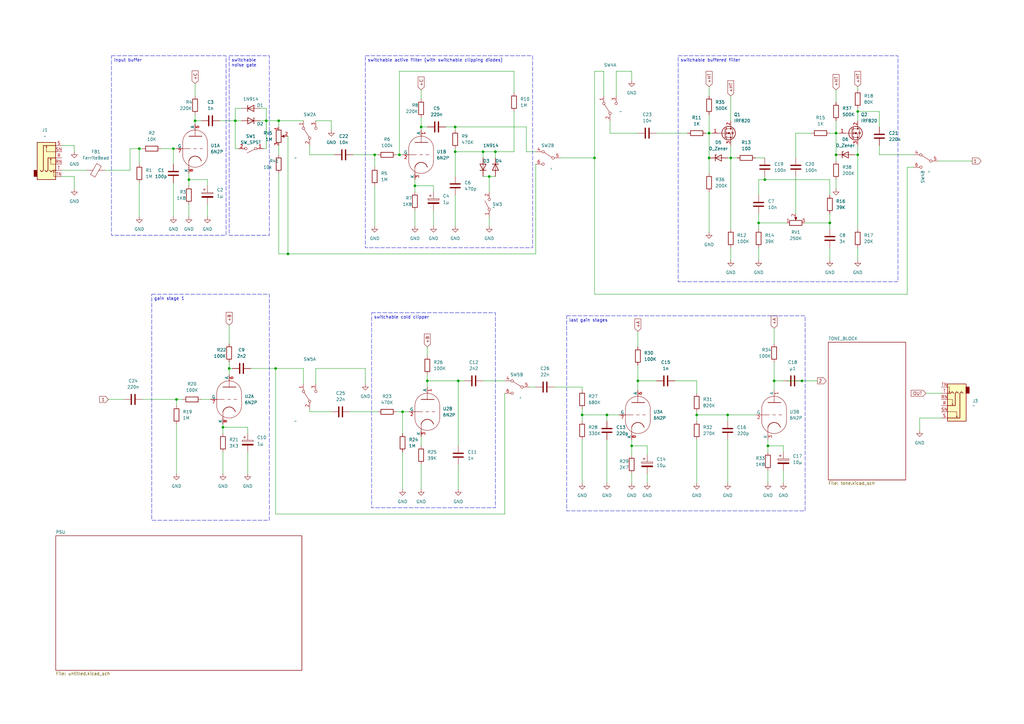
<source format=kicad_sch>
(kicad_sch (version 20250114) (generator "eeschema") (generator_version "9.0")
  (paper "A3")
  (lib_symbols
    (symbol "Connector_Audio:AudioJack3_Switch"
      (property "Reference" "J" (at 0 11.43 0))
      (property "Value" "AudioJack3_Switch" (at 0 8.89 0))
      (symbol "AudioJack3_Switch_0_1"
        (rectangle (start -5.08 -5.08) (end -6.35 -7.62) (stroke (width 0.254)) (fill (type outline)))
        (polyline (pts (xy -1.905 -5.08) (xy -1.27 -5.715) (xy -0.635 -5.08) (xy -0.635 0) (xy 2.54 0)) (stroke (width 0.254)))
        (polyline (pts (xy -1.27 4.826) (xy -1.016 4.318)))
        (polyline (pts (xy 0 -5.08) (xy 0.635 -5.715) (xy 1.27 -5.08) (xy 2.54 -5.08)) (stroke (width 0.254)))
        (polyline (pts (xy 0.508 -0.254) (xy 0.762 -0.762)))
        (polyline (pts (xy 1.778 -5.334) (xy 2.032 -5.842)))
        (rectangle (start 2.54 6.35) (end -5.08 -8.89) (stroke (width 0.254)) (fill (type background)))
        (polyline (pts (xy 2.54 5.08) (xy -2.54 5.08) (xy -2.54 -5.08) (xy -3.175 -5.715) (xy -3.81 -5.08)) (stroke (width 0.254)))
        (polyline (pts (xy 2.54 2.54) (xy -1.27 2.54) (xy -1.27 4.826) (xy -1.524 4.318)))
        (polyline (pts (xy 2.54 -2.54) (xy 0.508 -2.54) (xy 0.508 -0.254) (xy 0.254 -0.762)))
        (polyline (pts (xy 2.54 -7.62) (xy 1.778 -7.62) (xy 1.778 -5.334) (xy 1.524 -5.842)))
      )
      (symbol "AudioJack3_Switch_1_1"
        (pin passive line (at 5.08 5.08 180) (length 2.54) (name "~") (number "S"))
        (pin passive line (at 5.08 2.54 180) (length 2.54) (name "~") (number "SN"))
        (pin passive line (at 5.08 0 180) (length 2.54) (name "~") (number "R"))
        (pin passive line (at 5.08 -2.54 180) (length 2.54) (name "~") (number "RN"))
        (pin passive line (at 5.08 -5.08 180) (length 2.54) (name "~") (number "T"))
        (pin passive line (at 5.08 -7.62 180) (length 2.54) (name "~") (number "TN"))
      )
    )
    (symbol "Device:C" (pin_numbers (hide yes)) (pin_names (offset 0.254))
      (property "Reference" "C" (at 0.635 2.54 0))
      (property "Value" "C" (at 0.635 -2.54 0))
      (symbol "C_0_1"
        (polyline (pts (xy -2.032 0.762) (xy 2.032 0.762)) (stroke (width 0.508)))
        (polyline (pts (xy -2.032 -0.762) (xy 2.032 -0.762)) (stroke (width 0.508)))
      )
      (symbol "C_1_1"
        (pin passive line (at 0 3.81 270) (length 2.794) (name "~") (number "1"))
        (pin passive line (at 0 -3.81 90) (length 2.794) (name "~") (number "2"))
      )
    )
    (symbol "Device:C_Polarized" (pin_numbers (hide yes)) (pin_names (offset 0.254))
      (property "Reference" "C" (at 0.635 2.54 0))
      (property "Value" "C_Polarized" (at 0.635 -2.54 0))
      (symbol "C_Polarized_0_1"
        (rectangle (start -2.286 0.508) (end 2.286 1.016))
        (polyline (pts (xy -1.778 2.286) (xy -0.762 2.286)))
        (polyline (pts (xy -1.27 2.794) (xy -1.27 1.778)))
        (rectangle (start 2.286 -0.508) (end -2.286 -1.016) (fill (type outline)))
      )
      (symbol "C_Polarized_1_1"
        (pin passive line (at 0 3.81 270) (length 2.794) (name "~") (number "1"))
        (pin passive line (at 0 -3.81 90) (length 2.794) (name "~") (number "2"))
      )
    )
    (symbol "Device:D_Zener" (pin_numbers (hide yes)) (pin_names (offset 1.016) (hide yes))
      (property "Reference" "D" (at 0 2.54 0))
      (property "Value" "D_Zener" (at 0 -2.54 0))
      (symbol "D_Zener_0_1"
        (polyline (pts (xy -1.27 -1.27) (xy -1.27 1.27) (xy -0.762 1.27)) (stroke (width 0.254)))
        (polyline (pts (xy 1.27 0) (xy -1.27 0)))
        (polyline (pts (xy 1.27 -1.27) (xy 1.27 1.27) (xy -1.27 0) (xy 1.27 -1.27)) (stroke (width 0.254)))
      )
      (symbol "D_Zener_1_1"
        (pin passive line (at -3.81 0 0) (length 2.54) (name "K") (number "1"))
        (pin passive line (at 3.81 0 180) (length 2.54) (name "A") (number "2"))
      )
    )
    (symbol "Device:FerriteBead" (pin_numbers (hide yes)) (pin_names (offset 0))
      (property "Reference" "FB" (at -3.81 0.635 90))
      (property "Value" "FerriteBead" (at 3.81 0 90))
      (symbol "FerriteBead_0_1"
        (polyline (pts (xy -2.7686 0.4064) (xy -1.7018 2.2606) (xy 2.7686 -0.3048) (xy 1.6764 -2.159) (xy -2.7686 0.4064)))
        (polyline (pts (xy 0 1.27) (xy 0 1.2954)))
        (polyline (pts (xy 0 -1.27) (xy 0 -1.2192)))
      )
      (symbol "FerriteBead_1_1"
        (pin passive line (at 0 3.81 270) (length 2.54) (name "~") (number "1"))
        (pin passive line (at 0 -3.81 90) (length 2.54) (name "~") (number "2"))
      )
    )
    (symbol "Device:R" (pin_numbers (hide yes)) (pin_names (offset 0))
      (property "Reference" "R" (at 2.032 0 90))
      (property "Value" "R" (at 0 0 90))
      (symbol "R_0_1"
        (rectangle (start -1.016 -2.54) (end 1.016 2.54) (stroke (width 0.254)))
      )
      (symbol "R_1_1"
        (pin passive line (at 0 3.81 270) (length 1.27) (name "~") (number "1"))
        (pin passive line (at 0 -3.81 90) (length 1.27) (name "~") (number "2"))
      )
    )
    (symbol "Device:R_Potentiometer" (pin_names (offset 1.016) (hide yes))
      (property "Reference" "RV" (at -4.445 0 90))
      (property "Value" "R_Potentiometer" (at -2.54 0 90))
      (symbol "R_Potentiometer_0_1"
        (rectangle (start 1.016 2.54) (end -1.016 -2.54) (stroke (width 0.254)))
        (polyline (pts (xy 1.143 0) (xy 2.286 0.508) (xy 2.286 -0.508) (xy 1.143 0)) (fill (type outline)))
        (polyline (pts (xy 2.54 0) (xy 1.524 0)))
      )
      (symbol "R_Potentiometer_1_1"
        (pin passive line (at 0 3.81 270) (length 1.27) (name "1") (number "1"))
        (pin passive line (at 0 -3.81 90) (length 1.27) (name "3") (number "3"))
        (pin passive line (at 3.81 0 180) (length 1.27) (name "2") (number "2"))
      )
    )
    (symbol "Diode:1N914" (pin_numbers (hide yes)) (pin_names (hide yes))
      (property "Reference" "D" (at 0 2.54 0))
      (property "Value" "1N914" (at 0 -2.54 0))
      (symbol "1N914_0_1"
        (polyline (pts (xy -1.27 1.27) (xy -1.27 -1.27)) (stroke (width 0.254)))
        (polyline (pts (xy 1.27 1.27) (xy 1.27 -1.27) (xy -1.27 0) (xy 1.27 1.27)) (stroke (width 0.254)))
        (polyline (pts (xy 1.27 0) (xy -1.27 0)))
      )
      (symbol "1N914_1_1"
        (pin passive line (at -3.81 0 0) (length 2.54) (name "K") (number "1"))
        (pin passive line (at 3.81 0 180) (length 2.54) (name "A") (number "2"))
      )
    )
    (symbol "Switch:SW_DPDT_x2" (pin_names (offset 0) (hide yes))
      (property "Reference" "SW" (at 0 4.318 0))
      (property "Value" "SW_DPDT_x2" (at 0 -5.08 0))
      (symbol "SW_DPDT_x2_0_0"
        (circle (center -2.032 0) (radius 0.508))
        (circle (center 2.032 -2.54) (radius 0.508))
      )
      (symbol "SW_DPDT_x2_0_1"
        (polyline (pts (xy -1.524 0.254) (xy 1.651 2.286)))
        (circle (center 2.032 2.54) (radius 0.508))
      )
      (symbol "SW_DPDT_x2_1_1"
        (pin passive line (at -5.08 0 0) (length 2.54) (name "B") (number "2"))
        (pin passive line (at 5.08 2.54 180) (length 2.54) (name "A") (number "1"))
        (pin passive line (at 5.08 -2.54 180) (length 2.54) (name "C") (number "3"))
      )
      (symbol "SW_DPDT_x2_2_1"
        (pin passive line (at -5.08 0 0) (length 2.54) (name "B") (number "5"))
        (pin passive line (at 5.08 2.54 180) (length 2.54) (name "A") (number "4"))
        (pin passive line (at 5.08 -2.54 180) (length 2.54) (name "C") (number "6"))
      )
    )
    (symbol "Switch:SW_SPST" (pin_names (offset 0) (hide yes))
      (property "Reference" "SW" (at 0 3.175 0))
      (property "Value" "SW_SPST" (at 0 -2.54 0))
      (symbol "SW_SPST_0_0"
        (circle (center -2.032 0) (radius 0.508))
        (polyline (pts (xy -1.524 0.254) (xy 1.524 1.778)))
        (circle (center 2.032 0) (radius 0.508))
      )
      (symbol "SW_SPST_1_1"
        (pin passive line (at -5.08 0 0) (length 2.54) (name "A") (number "1"))
        (pin passive line (at 5.08 0 180) (length 2.54) (name "B") (number "2"))
      )
    )
    (symbol "Transistor_FET:IRF740" (pin_names (hide yes))
      (property "Reference" "Q" (at 6.35 1.905 0))
      (property "Value" "IRF740" (at 6.35 0 0))
      (symbol "IRF740_0_1"
        (polyline (pts (xy 0.254 1.905) (xy 0.254 -1.905)) (stroke (width 0.254)))
        (polyline (pts (xy 0.254 0) (xy -2.54 0)))
        (polyline (pts (xy 0.762 2.286) (xy 0.762 1.27)) (stroke (width 0.254)))
        (polyline (pts (xy 0.762 0.508) (xy 0.762 -0.508)) (stroke (width 0.254)))
        (polyline (pts (xy 0.762 -1.27) (xy 0.762 -2.286)) (stroke (width 0.254)))
        (polyline (pts (xy 0.762 -1.778) (xy 3.302 -1.778) (xy 3.302 1.778) (xy 0.762 1.778)))
        (polyline (pts (xy 1.016 0) (xy 2.032 0.381) (xy 2.032 -0.381) (xy 1.016 0)) (fill (type outline)))
        (circle (center 1.651 0) (radius 2.794) (stroke (width 0.254)))
        (polyline (pts (xy 2.54 2.54) (xy 2.54 1.778)))
        (circle (center 2.54 1.778) (radius 0.254) (fill (type outline)))
        (circle (center 2.54 -1.778) (radius 0.254) (fill (type outline)))
        (polyline (pts (xy 2.54 -2.54) (xy 2.54 0) (xy 0.762 0)))
        (polyline (pts (xy 2.794 0.508) (xy 2.921 0.381) (xy 3.683 0.381) (xy 3.81 0.254)))
        (polyline (pts (xy 3.302 0.381) (xy 2.921 -0.254) (xy 3.683 -0.254) (xy 3.302 0.381)))
      )
      (symbol "IRF740_1_1"
        (pin input line (at -5.08 0 0) (length 2.54) (name "G") (number "1"))
        (pin passive line (at 2.54 5.08 270) (length 2.54) (name "D") (number "2"))
        (pin passive line (at 2.54 -5.08 90) (length 2.54) (name "S") (number "3"))
      )
    )
    (symbol "Valve:6N2P" (pin_names (offset 0))
      (property "Reference" "U3" (at 6.35 1.2701 0))
      (property "Value" "ECC83" (at 6.35 -1.2699 0))
      (symbol "6N2P_0_1"
        (polyline (pts (xy -5.08 2.54) (xy -5.08 -2.54) (xy -5.08 -2.54)))
        (arc (start -5.08 2.54) (mid 0 7.5979) (end 5.08 2.54))
        (arc (start 5.08 -2.54) (mid 0 -7.5979) (end -5.08 -2.54))
        (polyline (pts (xy 5.08 2.54) (xy 5.08 -2.54)))
      )
      (symbol "6N2P_1_0"
        (polyline (pts (xy -2.54 -5.08) (xy -2.54 -7.62)))
        (polyline (pts (xy 0 5.08) (xy 0 7.62)))
      )
      (symbol "6N2P_1_1"
        (polyline (pts (xy -5.08 0) (xy -3.175 0)))
        (polyline (pts (xy -2.54 5.08) (xy 2.794 5.08) (xy 2.794 5.08)) (stroke (width 0.254)))
        (polyline (pts (xy -1.905 0) (xy -3.175 0)) (stroke (width 0.1524)))
        (polyline (pts (xy -0.635 0) (xy 0.635 0)) (stroke (width 0.1524)))
        (arc (start -2.54 -5.08) (mid 0 -3.0968) (end 2.54 -5.08) (stroke (width 0.254)))
        (polyline (pts (xy 1.905 0) (xy 3.175 0)) (stroke (width 0.1524)))
        (pin input line (at -7.62 0 0) (length 2.54) (name "G") (number "7"))
        (pin bidirectional line (at -2.54 -10.16 90) (length 2.54) (name "K") (number "8"))
        (pin output line (at 0 10.16 270) (length 2.54) (name "A") (number "6"))
      )
      (symbol "6N2P_2_0"
        (polyline (pts (xy -2.54 -5.08) (xy -2.54 -7.62)))
        (polyline (pts (xy 0 5.08) (xy 0 7.62)))
      )
      (symbol "6N2P_2_1"
        (polyline (pts (xy -5.08 0) (xy -3.175 0)))
        (polyline (pts (xy -2.54 5.08) (xy 2.794 5.08) (xy 2.794 5.08)) (stroke (width 0.254)))
        (polyline (pts (xy -1.905 0) (xy -3.175 0)) (stroke (width 0.1524)))
        (polyline (pts (xy -0.635 0) (xy 0.635 0)) (stroke (width 0.1524)))
        (arc (start -2.54 -5.08) (mid 0 -3.0968) (end 2.54 -5.08) (stroke (width 0.254)))
        (polyline (pts (xy 1.905 0) (xy 3.175 0)) (stroke (width 0.1524)))
        (pin input line (at -7.62 0 0) (length 2.54) (name "G") (number "2"))
        (pin bidirectional line (at -2.54 -10.16 90) (length 2.54) (name "K") (number "3"))
        (pin output line (at 0 10.16 270) (length 2.54) (name "A") (number "1"))
      )
      (symbol "6N2P_3_1"
        (polyline (pts (xy 0 5.08) (xy 0 6.35)))
        (polyline (pts (xy 0 2.54) (xy 0 3.81)))
        (polyline (pts (xy 0 0) (xy 0 1.27)))
        (polyline (pts (xy 0 -2.54) (xy 0 -1.27)))
        (polyline (pts (xy 0 -5.08) (xy 0 -3.81)))
        (arc (start -2.54 -6.35) (mid 0 -4.7823) (end 2.54 -6.35))
        (pin power_in line (at -2.54 -11.43 90) (length 5.08) (name "F1") (number "4"))
        (pin power_in line (at 0 -11.43 90) (length 5.08) (name "F2") (number "9"))
        (pin power_in line (at 2.54 -11.43 90) (length 5.08) (name "F1") (number "5"))
      )
    )
    (symbol "power:GND" (power) (pin_names (offset 0))
      (property "Value" "GND" (at 0 -3.81 0))
      (symbol "GND_0_1"
        (polyline (pts (xy 0 0) (xy 0 -1.27) (xy 1.27 -1.27) (xy 0 -2.54) (xy -1.27 -1.27) (xy 0 -1.27)))
      )
      (symbol "GND_1_1"
        (pin power_in line (at 0 0 270) (length 0) (hide yes) (name "GND") (number "1"))
      )
    )
  )
  (text_box "switchable noise gate" (at 93.98 22.86 0) (size 16.51 73.66) (margins 0.9525 0.9525 0.9525 0.9525) (stroke (width 0) (type dash)) (effects (font (size 1.27 1.27)) (justify left top)))
  (text_box "switchable active filter (with switchable clipping diodes)" (at 149.86 22.86 0) (size 68.58 78.74) (margins 0.9525 0.9525 0.9525 0.9525) (stroke (width 0) (type dash)) (effects (font (size 1.27 1.27)) (justify left top)))
  (text_box "last gain stages" (at 232.41 129.54 0) (size 97.79 80.01) (margins 0.9525 0.9525 0.9525 0.9525) (stroke (width 0) (type dash)) (effects (font (size 1.27 1.27)) (justify left top)))
  (text_box "input buffer" (at 45.72 22.86 0) (size 46.99 73.66) (margins 0.9525 0.9525 0.9525 0.9525) (stroke (width 0) (type dash)) (effects (font (size 1.27 1.27)) (justify left top)))
  (text_box "switchable buffered filter" (at 278.13 22.86 0) (size 90.17 92.71) (margins 0.9525 0.9525 0.9525 0.9525) (stroke (width 0) (type dash)) (effects (font (size 1.27 1.27)) (justify left top)))
  (text_box "switchable cold clipper" (at 152.4 128.27 0) (size 50.8 80.01) (margins 0.9525 0.9525 0.9525 0.9525) (stroke (width 0) (type dash)) (effects (font (size 1.27 1.27)) (justify left top)))
  (text_box "gain stage 1" (at 62.23 120.65 0) (size 48.26 92.71) (margins 0.9525 0.9525 0.9525 0.9525) (stroke (width 0) (type dash)) (effects (font (size 1.27 1.27)) (justify left top)))
  (junction (at 203.2 62.23))
  (junction (at 186.69 52.07))
  (junction (at 80.01 49.53))
  (junction (at 113.03 151.13))
  (junction (at 313.69 73.66))
  (junction (at 311.15 91.44))
  (junction (at 175.26 156.21))
  (junction (at 93.98 151.13))
  (junction (at 77.47 73.66))
  (junction (at 153.67 63.5))
  (junction (at 163.83 63.5))
  (junction (at 198.12 62.23))
  (junction (at 261.62 156.21))
  (junction (at 186.69 62.23))
  (junction (at 187.96 156.21))
  (junction (at 285.75 170.18))
  (junction (at 91.44 175.26))
  (junction (at 351.79 63.5))
  (junction (at 114.3 49.53))
  (junction (at 340.36 91.44))
  (junction (at 248.92 170.18))
  (junction (at 57.15 60.96))
  (junction (at 298.45 170.18))
  (junction (at 351.79 45.72))
  (junction (at 259.08 182.88))
  (junction (at 314.96 182.88))
  (junction (at 200.66 72.39))
  (junction (at 299.72 64.77))
  (junction (at 342.9 54.61))
  (junction (at 118.11 104.14))
  (junction (at 170.18 76.2))
  (junction (at 96.52 49.53))
  (junction (at 328.93 156.21))
  (junction (at 290.83 54.61))
  (junction (at 109.22 49.53))
  (junction (at 290.83 64.77))
  (junction (at 165.1 168.91))
  (junction (at 243.84 64.77))
  (junction (at 238.76 170.18))
  (junction (at 72.39 163.83))
  (junction (at 342.9 63.5))
  (junction (at 317.5 156.21))
  (junction (at 172.72 52.07))
  (junction (at 71.12 60.96))
  (wire (pts (xy 261.62 149.86) (xy 261.62 156.21)))
  (wire (pts (xy 215.9 62.23) (xy 215.9 52.07)))
  (wire (pts (xy 340.36 54.61) (xy 342.9 54.61)))
  (wire (pts (xy 85.09 76.2) (xy 85.09 73.66)))
  (wire (pts (xy 374.65 68.58) (xy 372.11 68.58)))
  (wire (pts (xy 109.22 60.96) (xy 107.95 60.96)))
  (wire (pts (xy 72.39 173.99) (xy 72.39 194.31)))
  (wire (pts (xy 290.83 35.56) (xy 290.83 39.37)))
  (wire (pts (xy 317.5 156.21) (xy 321.31 156.21)))
  (wire (pts (xy 290.83 46.99) (xy 290.83 54.61)))
  (wire (pts (xy 314.96 193.04) (xy 314.96 198.12)))
  (wire (pts (xy 259.08 180.34) (xy 259.08 182.88)))
  (wire (pts (xy 82.55 163.83) (xy 86.36 163.83)))
  (wire (pts (xy 321.31 185.42) (xy 321.31 182.88)))
  (wire (pts (xy 317.5 148.59) (xy 317.5 156.21)))
  (wire (pts (xy 285.75 170.18) (xy 285.75 172.72)))
  (wire (pts (xy 314.96 182.88) (xy 314.96 185.42)))
  (wire (pts (xy 219.71 62.23) (xy 215.9 62.23)))
  (wire (pts (xy 80.01 34.29) (xy 80.01 39.37)))
  (wire (pts (xy 109.22 49.53) (xy 109.22 44.45)))
  (wire (pts (xy 175.26 153.67) (xy 175.26 156.21)))
  (wire (pts (xy 165.1 168.91) (xy 167.64 168.91)))
  (wire (pts (xy 66.04 60.96) (xy 71.12 60.96)))
  (wire (pts (xy 127 63.5) (xy 137.16 63.5)))
  (wire (pts (xy 93.98 148.59) (xy 93.98 151.13)))
  (wire (pts (xy 340.36 101.6) (xy 340.36 106.68)))
  (wire (pts (xy 311.15 91.44) (xy 322.58 91.44)))
  (wire (pts (xy 351.79 101.6) (xy 351.79 106.68)))
  (wire (pts (xy 285.75 180.34) (xy 285.75 198.12)))
  (wire (pts (xy 114.3 49.53) (xy 114.3 52.07)))
  (wire (pts (xy 186.69 80.01) (xy 186.69 92.71)))
  (wire (pts (xy 386.08 171.45) (xy 377.19 171.45)))
  (wire (pts (xy 326.39 54.61) (xy 326.39 64.77)))
  (wire (pts (xy 177.8 76.2) (xy 170.18 76.2)))
  (wire (pts (xy 101.6 177.8) (xy 101.6 175.26)))
  (wire (pts (xy 187.96 156.21) (xy 187.96 182.88)))
  (wire (pts (xy 210.82 29.21) (xy 163.83 29.21)))
  (wire (pts (xy 250.19 49.53) (xy 250.19 54.61)))
  (wire (pts (xy 172.72 190.5) (xy 172.72 200.66)))
  (wire (pts (xy 162.56 168.91) (xy 165.1 168.91)))
  (wire (pts (xy 109.22 44.45) (xy 106.68 44.45)))
  (wire (pts (xy 198.12 72.39) (xy 200.66 72.39)))
  (wire (pts (xy 317.5 156.21) (xy 317.5 160.02)))
  (wire (pts (xy 248.92 170.18) (xy 254 170.18)))
  (wire (pts (xy 351.79 45.72) (xy 360.68 45.72)))
  (wire (pts (xy 200.66 72.39) (xy 203.2 72.39)))
  (wire (pts (xy 290.83 64.77) (xy 290.83 71.12)))
  (wire (pts (xy 93.98 151.13) (xy 95.25 151.13)))
  (wire (pts (xy 177.8 86.36) (xy 177.8 92.71)))
  (wire (pts (xy 170.18 86.36) (xy 170.18 92.71)))
  (wire (pts (xy 175.26 142.24) (xy 175.26 146.05)))
  (wire (pts (xy 298.45 180.34) (xy 298.45 198.12)))
  (wire (pts (xy 91.44 185.42) (xy 91.44 194.31)))
  (wire (pts (xy 182.88 52.07) (xy 186.69 52.07)))
  (wire (pts (xy 77.47 83.82) (xy 77.47 88.9)))
  (wire (pts (xy 350.52 63.5) (xy 351.79 63.5)))
  (wire (pts (xy 71.12 60.96) (xy 72.39 60.96)))
  (wire (pts (xy 118.11 55.88) (xy 118.11 104.14)))
  (wire (pts (xy 172.72 48.26) (xy 172.72 52.07)))
  (wire (pts (xy 259.08 182.88) (xy 259.08 186.69)))
  (wire (pts (xy 342.9 63.5) (xy 342.9 66.04)))
  (wire (pts (xy 25.4 69.85) (xy 35.56 69.85)))
  (wire (pts (xy 96.52 60.96) (xy 97.79 60.96)))
  (wire (pts (xy 101.6 175.26) (xy 91.44 175.26)))
  (wire (pts (xy 210.82 45.72) (xy 210.82 62.23)))
  (wire (pts (xy 298.45 170.18) (xy 285.75 170.18)))
  (wire (pts (xy 53.34 60.96) (xy 53.34 69.85)))
  (wire (pts (xy 311.15 73.66) (xy 313.69 73.66)))
  (wire (pts (xy 360.68 59.69) (xy 360.68 63.5)))
  (wire (pts (xy 109.22 49.53) (xy 109.22 60.96)))
  (wire (pts (xy 80.01 46.99) (xy 80.01 49.53)))
  (wire (pts (xy 215.9 52.07) (xy 186.69 52.07)))
  (wire (pts (xy 351.79 35.56) (xy 351.79 36.83)))
  (wire (pts (xy 259.08 29.21) (xy 259.08 33.02)))
  (wire (pts (xy 210.82 29.21) (xy 210.82 38.1)))
  (wire (pts (xy 57.15 60.96) (xy 58.42 60.96)))
  (wire (pts (xy 265.43 182.88) (xy 259.08 182.88)))
  (wire (pts (xy 289.56 54.61) (xy 290.83 54.61)))
  (wire (pts (xy 153.67 76.2) (xy 153.67 92.71)))
  (wire (pts (xy 299.72 64.77) (xy 302.26 64.77)))
  (wire (pts (xy 342.9 36.83) (xy 342.9 41.91)))
  (wire (pts (xy 360.68 63.5) (xy 374.65 63.5)))
  (wire (pts (xy 143.51 168.91) (xy 154.94 168.91)))
  (wire (pts (xy 299.72 64.77) (xy 299.72 93.98)))
  (wire (pts (xy 311.15 87.63) (xy 311.15 91.44)))
  (wire (pts (xy 243.84 29.21) (xy 247.65 29.21)))
  (wire (pts (xy 44.45 163.83) (xy 50.8 163.83)))
  (wire (pts (xy 203.2 62.23) (xy 203.2 64.77)))
  (wire (pts (xy 113.03 151.13) (xy 113.03 210.82)))
  (wire (pts (xy 321.31 193.04) (xy 321.31 198.12)))
  (wire (pts (xy 248.92 170.18) (xy 248.92 172.72)))
  (wire (pts (xy 30.48 59.69) (xy 30.48 62.23)))
  (wire (pts (xy 328.93 156.21) (xy 335.28 156.21)))
  (wire (pts (xy 170.18 73.66) (xy 170.18 76.2)))
  (wire (pts (xy 170.18 76.2) (xy 170.18 78.74)))
  (wire (pts (xy 113.03 151.13) (xy 124.46 151.13)))
  (wire (pts (xy 186.69 62.23) (xy 186.69 72.39)))
  (wire (pts (xy 351.79 63.5) (xy 351.79 93.98)))
  (wire (pts (xy 85.09 73.66) (xy 77.47 73.66)))
  (wire (pts (xy 298.45 170.18) (xy 298.45 172.72)))
  (wire (pts (xy 314.96 182.88) (xy 321.31 182.88)))
  (wire (pts (xy 227.33 158.75) (xy 238.76 158.75)))
  (wire (pts (xy 187.96 156.21) (xy 190.5 156.21)))
  (wire (pts (xy 149.86 151.13) (xy 149.86 157.48)))
  (wire (pts (xy 186.69 60.96) (xy 186.69 62.23)))
  (wire (pts (xy 238.76 180.34) (xy 238.76 198.12)))
  (wire (pts (xy 106.68 49.53) (xy 109.22 49.53)))
  (wire (pts (xy 154.94 63.5) (xy 153.67 63.5)))
  (wire (pts (xy 317.5 134.62) (xy 317.5 140.97)))
  (wire (pts (xy 114.3 49.53) (xy 124.46 49.53)))
  (wire (pts (xy 285.75 156.21) (xy 285.75 161.29)))
  (wire (pts (xy 313.69 73.66) (xy 340.36 73.66)))
  (wire (pts (xy 330.2 91.44) (xy 340.36 91.44)))
  (wire (pts (xy 299.72 101.6) (xy 299.72 106.68)))
  (wire (pts (xy 72.39 163.83) (xy 74.93 163.83)))
  (wire (pts (xy 163.83 29.21) (xy 163.83 63.5)))
  (wire (pts (xy 243.84 64.77) (xy 243.84 120.65)))
  (wire (pts (xy 248.92 180.34) (xy 248.92 198.12)))
  (wire (pts (xy 91.44 175.26) (xy 91.44 177.8)))
  (wire (pts (xy 165.1 185.42) (xy 165.1 200.66)))
  (wire (pts (xy 247.65 29.21) (xy 247.65 39.37)))
  (wire (pts (xy 77.47 73.66) (xy 77.47 76.2)))
  (wire (pts (xy 203.2 62.23) (xy 210.82 62.23)))
  (wire (pts (xy 80.01 49.53) (xy 82.55 49.53)))
  (wire (pts (xy 342.9 54.61) (xy 342.9 63.5)))
  (wire (pts (xy 57.15 74.93) (xy 57.15 88.9)))
  (wire (pts (xy 93.98 151.13) (xy 93.98 153.67)))
  (wire (pts (xy 175.26 156.21) (xy 187.96 156.21)))
  (wire (pts (xy 186.69 62.23) (xy 198.12 62.23)))
  (wire (pts (xy 265.43 194.31) (xy 265.43 198.12)))
  (wire (pts (xy 290.83 54.61) (xy 292.1 54.61)))
  (wire (pts (xy 58.42 163.83) (xy 72.39 163.83)))
  (wire (pts (xy 261.62 135.89) (xy 261.62 142.24)))
  (wire (pts (xy 172.72 52.07) (xy 172.72 53.34)))
  (wire (pts (xy 127 59.69) (xy 127 63.5)))
  (wire (pts (xy 85.09 83.82) (xy 85.09 88.9)))
  (wire (pts (xy 332.74 54.61) (xy 326.39 54.61)))
  (wire (pts (xy 351.79 59.69) (xy 351.79 63.5)))
  (wire (pts (xy 311.15 80.01) (xy 311.15 73.66)))
  (wire (pts (xy 71.12 60.96) (xy 71.12 67.31)))
  (wire (pts (xy 198.12 62.23) (xy 198.12 64.77)))
  (wire (pts (xy 207.01 161.29) (xy 207.01 210.82)))
  (wire (pts (xy 144.78 63.5) (xy 153.67 63.5)))
  (wire (pts (xy 238.76 158.75) (xy 238.76 160.02)))
  (wire (pts (xy 25.4 59.69) (xy 30.48 59.69)))
  (wire (pts (xy 252.73 29.21) (xy 252.73 39.37)))
  (wire (pts (xy 53.34 60.96) (xy 57.15 60.96)))
  (wire (pts (xy 326.39 72.39) (xy 326.39 87.63)))
  (wire (pts (xy 252.73 29.21) (xy 259.08 29.21)))
  (wire (pts (xy 118.11 104.14) (xy 219.71 104.14)))
  (wire (pts (xy 114.3 71.12) (xy 114.3 104.14)))
  (wire (pts (xy 290.83 78.74) (xy 290.83 95.25)))
  (wire (pts (xy 238.76 167.64) (xy 238.76 170.18)))
  (wire (pts (xy 299.72 59.69) (xy 299.72 64.77)))
  (wire (pts (xy 219.71 104.14) (xy 219.71 67.31)))
  (wire (pts (xy 96.52 49.53) (xy 99.06 49.53)))
  (wire (pts (xy 198.12 156.21) (xy 207.01 156.21)))
  (wire (pts (xy 101.6 185.42) (xy 101.6 194.31)))
  (wire (pts (xy 124.46 151.13) (xy 124.46 157.48)))
  (wire (pts (xy 309.88 64.77) (xy 313.69 64.77)))
  (wire (pts (xy 314.96 180.34) (xy 314.96 182.88)))
  (wire (pts (xy 322.58 156.21) (xy 328.93 156.21)))
  (wire (pts (xy 153.67 63.5) (xy 153.67 68.58)))
  (wire (pts (xy 285.75 168.91) (xy 285.75 170.18)))
  (wire (pts (xy 25.4 72.39) (xy 30.48 72.39)))
  (wire (pts (xy 91.44 173.99) (xy 91.44 175.26)))
  (wire (pts (xy 177.8 78.74) (xy 177.8 76.2)))
  (wire (pts (xy 217.17 158.75) (xy 219.71 158.75)))
  (wire (pts (xy 172.72 36.83) (xy 172.72 40.64)))
  (wire (pts (xy 163.83 63.5) (xy 165.1 63.5)))
  (wire (pts (xy 250.19 54.61) (xy 261.62 54.61)))
  (wire (pts (xy 207.01 210.82) (xy 113.03 210.82)))
  (wire (pts (xy 372.11 68.58) (xy 372.11 120.65)))
  (wire (pts (xy 72.39 163.83) (xy 72.39 166.37)))
  (wire (pts (xy 311.15 91.44) (xy 311.15 93.98)))
  (wire (pts (xy 114.3 104.14) (xy 118.11 104.14)))
  (wire (pts (xy 261.62 156.21) (xy 261.62 160.02)))
  (wire (pts (xy 109.22 49.53) (xy 114.3 49.53)))
  (wire (pts (xy 30.48 72.39) (xy 30.48 77.47)))
  (wire (pts (xy 114.3 59.69) (xy 114.3 63.5)))
  (wire (pts (xy 71.12 74.93) (xy 71.12 88.9)))
  (wire (pts (xy 187.96 190.5) (xy 187.96 200.66)))
  (wire (pts (xy 351.79 44.45) (xy 351.79 45.72)))
  (wire (pts (xy 259.08 194.31) (xy 259.08 198.12)))
  (wire (pts (xy 77.47 71.12) (xy 77.47 73.66)))
  (wire (pts (xy 384.81 66.04) (xy 398.78 66.04)))
  (wire (pts (xy 342.9 49.53) (xy 342.9 54.61)))
  (wire (pts (xy 186.69 52.07) (xy 186.69 53.34)))
  (wire (pts (xy 261.62 156.21) (xy 269.24 156.21)))
  (wire (pts (xy 298.45 64.77) (xy 299.72 64.77)))
  (wire (pts (xy 96.52 44.45) (xy 96.52 49.53)))
  (wire (pts (xy 80.01 49.53) (xy 80.01 50.8)))
  (wire (pts (xy 127 168.91) (xy 135.89 168.91)))
  (wire (pts (xy 243.84 29.21) (xy 243.84 64.77)))
  (wire (pts (xy 309.88 170.18) (xy 298.45 170.18)))
  (wire (pts (xy 351.79 45.72) (xy 351.79 49.53)))
  (wire (pts (xy 276.86 156.21) (xy 285.75 156.21)))
  (wire (pts (xy 265.43 186.69) (xy 265.43 182.88)))
  (wire (pts (xy 200.66 72.39) (xy 200.66 78.74)))
  (wire (pts (xy 238.76 170.18) (xy 248.92 170.18)))
  (wire (pts (xy 238.76 170.18) (xy 238.76 172.72)))
  (wire (pts (xy 360.68 52.07) (xy 360.68 45.72)))
  (wire (pts (xy 340.36 73.66) (xy 340.36 80.01)))
  (wire (pts (xy 313.69 72.39) (xy 313.69 73.66)))
  (wire (pts (xy 102.87 151.13) (xy 113.03 151.13)))
  (wire (pts (xy 53.34 69.85) (xy 43.18 69.85)))
  (wire (pts (xy 342.9 73.66) (xy 342.9 77.47)))
  (wire (pts (xy 200.66 88.9) (xy 200.66 92.71)))
  (wire (pts (xy 229.87 64.77) (xy 243.84 64.77)))
  (wire (pts (xy 198.12 62.23) (xy 203.2 62.23)))
  (wire (pts (xy 129.54 151.13) (xy 149.86 151.13)))
  (wire (pts (xy 175.26 156.21) (xy 175.26 158.75)))
  (wire (pts (xy 269.24 54.61) (xy 281.94 54.61)))
  (wire (pts (xy 340.36 91.44) (xy 340.36 93.98)))
  (wire (pts (xy 129.54 157.48) (xy 129.54 151.13)))
  (wire (pts (xy 99.06 44.45) (xy 96.52 44.45)))
  (wire (pts (xy 90.17 49.53) (xy 96.52 49.53)))
  (wire (pts (xy 165.1 168.91) (xy 165.1 177.8)))
  (wire (pts (xy 129.54 49.53) (xy 135.89 49.53)))
  (wire (pts (xy 311.15 101.6) (xy 311.15 106.68)))
  (wire (pts (xy 340.36 87.63) (xy 340.36 91.44)))
  (wire (pts (xy 172.72 179.07) (xy 172.72 182.88)))
  (wire (pts (xy 342.9 54.61) (xy 344.17 54.61)))
  (wire (pts (xy 172.72 52.07) (xy 175.26 52.07)))
  (wire (pts (xy 96.52 49.53) (xy 96.52 60.96)))
  (wire (pts (xy 93.98 133.35) (xy 93.98 140.97)))
  (wire (pts (xy 299.72 39.37) (xy 299.72 49.53)))
  (wire (pts (xy 135.89 49.53) (xy 135.89 53.34)))
  (wire (pts (xy 377.19 171.45) (xy 377.19 176.53)))
  (wire (pts (xy 372.11 120.65) (xy 243.84 120.65)))
  (wire (pts (xy 290.83 54.61) (xy 290.83 64.77)))
  (wire (pts (xy 379.73 161.29) (xy 386.08 161.29)))
  (wire (pts (xy 163.83 63.5) (xy 162.56 63.5)))
  (wire (pts (xy 57.15 67.31) (xy 57.15 60.96)))
  (wire (pts (xy 127 167.64) (xy 127 168.91)))
  (global_label "+HT" (shape input) (at 342.9 36.83 90) (property "Intersheetrefs" "${INTERSHEET_REFS}" (effects (hide yes))))
  (global_label "2" (shape output) (at 335.28 156.21 0) (property "Intersheetrefs" "${INTERSHEET_REFS}" (effects (hide yes))))
  (global_label "+HT" (shape input) (at 290.83 35.56 90) (property "Intersheetrefs" "${INTERSHEET_REFS}" (effects (hide yes))))
  (global_label "+A" (shape input) (at 261.62 135.89 90) (property "Intersheetrefs" "${INTERSHEET_REFS}" (effects (hide yes))))
  (global_label "+B" (shape input) (at 175.26 142.24 90) (property "Intersheetrefs" "${INTERSHEET_REFS}" (effects (hide yes))))
  (global_label "1" (shape input) (at 44.45 163.83 180) (property "Intersheetrefs" "${INTERSHEET_REFS}" (effects (hide yes))))
  (global_label "+B" (shape input) (at 93.98 133.35 90) (property "Intersheetrefs" "${INTERSHEET_REFS}" (effects (hide yes))))
  (global_label "+A" (shape input) (at 317.5 134.62 90) (property "Intersheetrefs" "${INTERSHEET_REFS}" (effects (hide yes))))
  (global_label "OUT" (shape input) (at 379.73 161.29 180) (property "Intersheetrefs" "${INTERSHEET_REFS}" (effects (hide yes))))
  (global_label "+C" (shape input) (at 172.72 36.83 90) (property "Intersheetrefs" "${INTERSHEET_REFS}" (effects (hide yes))))
  (global_label "+HT" (shape input) (at 299.72 39.37 90) (property "Intersheetrefs" "${INTERSHEET_REFS}" (effects (hide yes))))
  (global_label "1" (shape output) (at 398.78 66.04 0) (property "Intersheetrefs" "${INTERSHEET_REFS}" (effects (hide yes))))
  (global_label "+HT" (shape input) (at 351.79 35.56 90) (property "Intersheetrefs" "${INTERSHEET_REFS}" (effects (hide yes))))
  (global_label "+C" (shape input) (at 80.01 34.29 90) (property "Intersheetrefs" "${INTERSHEET_REFS}" (effects (hide yes))))
  (symbol (lib_id "Device:R") (at 62.23 60.96 90) (unit 1)
    (property "Reference" "R2" (at 62.23 54.61 90))
    (property "Value" "10K" (at 62.23 57.15 90))
  )
  (symbol (lib_id "Device:C_Polarized") (at 177.8 82.55 0) (unit 1)
    (property "Reference" "C4" (at 181.61 80.391 0) (effects (justify left)))
    (property "Value" "1µ" (at 181.61 82.931 0) (effects (justify left)))
  )
  (symbol (lib_id "Device:C_Polarized") (at 265.43 190.5 0) (unit 1)
    (property "Reference" "C14" (at 269.24 188.341 0) (effects (justify left)))
    (property "Value" "10µ" (at 269.24 190.881 0) (effects (justify left)))
  )
  (symbol (lib_id "Device:R") (at 299.72 97.79 0) (unit 1)
    (property "Reference" "R12" (at 302.26 96.52 0) (effects (justify left)))
    (property "Value" "100K" (at 302.26 99.06 0) (effects (justify left)))
  )
  (symbol (lib_id "Device:R") (at 317.5 144.78 180) (unit 1)
    (property "Reference" "R34" (at 312.42 143.51 0) (effects (justify right)))
    (property "Value" "100K" (at 311.15 146.05 0) (effects (justify right)))
  )
  (symbol (lib_id "Device:C") (at 313.69 68.58 180) (unit 1)
    (property "Reference" "C19" (at 317.5 67.31 0) (effects (justify right)))
    (property "Value" "100n" (at 317.5 69.85 0) (effects (justify right)))
  )
  (symbol (lib_id "power:GND") (at 342.9 77.47 0) (unit 1)
    (property "Reference" "#PWR034" (effects (hide yes)))
    (property "Value" "GND" (effects (hide yes)))
  )
  (symbol (lib_id "power:GND") (at 170.18 92.71 0) (unit 1)
    (property "Reference" "#PWR09" (effects (hide yes)))
    (property "Value" "GND" (at 170.18 97.79 0))
  )
  (symbol (lib_id "Connector_Audio:AudioJack3_Switch") (at 20.32 64.77 0) (unit 1)
    (property "Reference" "J1" (at 18.415 53.34 0))
    (property "Value" "~" (at 18.415 55.88 0))
  )
  (symbol (lib_id "Device:C_Polarized") (at 85.09 80.01 0) (unit 1)
    (property "Reference" "C2" (at 88.9 77.851 0) (effects (justify left)))
    (property "Value" "1µ" (at 88.9 80.391 0) (effects (justify left)))
  )
  (symbol (lib_id "power:GND") (at 290.83 95.25 0) (unit 1)
    (property "Reference" "#PWR033" (effects (hide yes)))
    (property "Value" "GND" (at 290.83 100.33 0))
  )
  (symbol (lib_id "Device:R") (at 238.76 163.83 0) (unit 1)
    (property "Reference" "R27" (at 241.3 162.56 0) (effects (justify left)))
    (property "Value" "680K" (at 241.3 165.1 0) (effects (justify left)))
  )
  (symbol (lib_id "Device:C") (at 187.96 186.69 180) (unit 1)
    (property "Reference" "C11" (at 191.77 185.42 0) (effects (justify right)))
    (property "Value" "1n" (at 191.77 187.96 0) (effects (justify right)))
  )
  (symbol (lib_id "Device:C") (at 54.61 163.83 90) (unit 1)
    (property "Reference" "C24" (at 54.61 156.21 90))
    (property "Value" "220n" (at 54.61 158.75 90))
  )
  (symbol (lib_id "Device:R") (at 285.75 176.53 180) (unit 1)
    (property "Reference" "R32" (at 288.29 175.26 0) (effects (justify right)))
    (property "Value" "270K" (at 288.29 177.8 0) (effects (justify right)))
  )
  (symbol (lib_id "Device:R") (at 80.01 43.18 180) (unit 1)
    (property "Reference" "R4" (at 76.2 41.91 0) (effects (justify right)))
    (property "Value" "220K" (at 73.66 44.45 0) (effects (justify right)))
  )
  (symbol (lib_id "power:GND") (at 377.19 176.53 0) (unit 1)
    (property "Reference" "#PWR052" (effects (hide yes)))
    (property "Value" "GND" (at 377.19 181.61 0))
  )
  (symbol (lib_id "Device:C") (at 248.92 176.53 180) (unit 1)
    (property "Reference" "C13" (at 252.73 175.26 0) (effects (justify right)))
    (property "Value" "220p" (at 252.73 177.8 0) (effects (justify right)))
  )
  (symbol (lib_id "power:GND") (at 177.8 92.71 0) (unit 1)
    (property "Reference" "#PWR010" (effects (hide yes)))
    (property "Value" "GND" (at 177.8 97.79 0))
  )
  (symbol (lib_id "Device:D_Zener") (at 294.64 64.77 0) (unit 1)
    (property "Reference" "D5" (at 294.64 58.42 0))
    (property "Value" "D_Zener" (at 294.64 60.96 0))
  )
  (symbol (lib_id "power:GND") (at 101.6 194.31 0) (unit 1)
    (property "Reference" "#PWR020" (effects (hide yes)))
    (property "Value" "GND" (at 101.6 199.39 0))
  )
  (symbol (lib_id "Device:R") (at 238.76 176.53 180) (unit 1)
    (property "Reference" "R28" (at 241.3 175.26 0) (effects (justify right)))
    (property "Value" "330K" (at 241.3 177.8 0) (effects (justify right)))
  )
  (symbol (lib_id "Valve:6N2P") (at 317.5 170.18 0) (unit 2)
    (property "Reference" "U3" (at 323.85 168.91 0) (effects (justify left)))
    (property "Value" "6N2P" (at 323.85 171.45 0) (effects (justify left)))
    (property "Footprint" "Valve:Valve_6N2P" (effects (hide yes)))
    (property "Datasheet" "http://www.r-type.org/pdfs/6n2p.pdf" (effects (hide yes)))
  )
  (symbol (lib_id "power:GND") (at 299.72 106.68 0) (unit 1)
    (property "Reference" "#PWR014" (effects (hide yes)))
    (property "Value" "GND" (at 299.72 111.76 0))
  )
  (symbol (lib_id "Device:R") (at 91.44 181.61 0) (unit 1)
    (property "Reference" "R21" (at 93.98 180.34 0) (effects (justify left)))
    (property "Value" "3K3" (at 93.98 182.88 0) (effects (justify left)))
  )
  (symbol (lib_id "Device:C") (at 273.05 156.21 90) (unit 1)
    (property "Reference" "C15" (at 273.05 148.59 90))
    (property "Value" "1n" (at 273.05 151.13 90))
  )
  (symbol (lib_id "Switch:SW_DPDT_x2") (at 224.79 64.77 0) (mirror y) (unit 2)
    (property "Reference" "SW2" (at 227.33 59.69 0) (effects (justify left)))
    (property "Value" "~" (at 226.06 68.58 90) (effects (justify right)))
  )
  (symbol (lib_id "Device:C") (at 140.97 63.5 90) (unit 1)
    (property "Reference" "C22" (at 140.97 55.88 90))
    (property "Value" "10n" (at 140.97 58.42 90))
  )
  (symbol (lib_id "Valve:6N2P") (at 93.98 163.83 0) (unit 1)
    (property "Reference" "U2" (at 100.33 162.56 0) (effects (justify left)))
    (property "Value" "6N2P" (at 100.33 165.1 0) (effects (justify left)))
    (property "Footprint" "Valve:Valve_6N2P" (effects (hide yes)))
    (property "Datasheet" "http://www.r-type.org/pdfs/6n2p.pdf" (effects (hide yes)))
  )
  (symbol (lib_id "Device:R") (at 78.74 163.83 90) (unit 1)
    (property "Reference" "R20" (at 78.74 157.48 90))
    (property "Value" "100K" (at 78.74 160.02 90))
  )
  (symbol (lib_id "power:GND") (at 285.75 198.12 0) (unit 1)
    (property "Reference" "#PWR029" (effects (hide yes)))
    (property "Value" "GND" (at 285.75 203.2 0))
  )
  (symbol (lib_id "power:GND") (at 314.96 198.12 0) (unit 1)
    (property "Reference" "#PWR031" (effects (hide yes)))
    (property "Value" "GND" (at 314.96 203.2 0))
  )
  (symbol (lib_id "Device:C") (at 340.36 97.79 180) (unit 1)
    (property "Reference" "C8" (at 344.17 96.52 0) (effects (justify right)))
    (property "Value" "3n" (at 344.17 99.06 0) (effects (justify right)))
  )
  (symbol (lib_id "Device:R") (at 351.79 97.79 0) (unit 1)
    (property "Reference" "R17" (at 354.33 96.52 0) (effects (justify left)))
    (property "Value" "20K" (at 354.33 99.06 0) (effects (justify left)))
  )
  (symbol (lib_id "Valve:6N2P") (at 80.01 60.96 0) (unit 1)
    (property "Reference" "U1" (at 86.36 59.69 0) (effects (justify left)))
    (property "Value" "6N2P" (at 86.36 62.23 0) (effects (justify left)))
    (property "Footprint" "Valve:Valve_6N2P" (effects (hide yes)))
    (property "Datasheet" "http://www.r-type.org/pdfs/6n2p.pdf" (effects (hide yes)))
  )
  (symbol (lib_id "Device:R") (at 336.55 54.61 90) (unit 1)
    (property "Reference" "R15" (at 336.55 48.26 90))
    (property "Value" "1K" (at 336.55 50.8 90))
  )
  (symbol (lib_id "Switch:SW_SPST") (at 102.87 60.96 180) (unit 1)
    (property "Reference" "SW1" (at 102.87 55.88 0))
    (property "Value" "SW_SPST" (at 102.87 58.42 0))
  )
  (symbol (lib_id "power:GND") (at 149.86 157.48 0) (unit 1)
    (property "Reference" "#PWR021" (effects (hide yes)))
    (property "Value" "GND" (at 149.86 162.56 0))
  )
  (symbol (lib_id "Device:R") (at 306.07 64.77 90) (unit 1)
    (property "Reference" "R13" (at 306.07 58.42 90))
    (property "Value" "100" (at 306.07 60.96 90))
  )
  (symbol (lib_id "power:GND") (at 30.48 77.47 0) (unit 1)
    (property "Reference" "#PWR02" (effects (hide yes)))
    (property "Value" "GND" (at 30.48 82.55 0))
  )
  (symbol (lib_id "Valve:6N2P") (at 172.72 63.5 0) (unit 2)
    (property "Reference" "U1" (at 179.07 62.23 0) (effects (justify left)))
    (property "Value" "6N2P" (at 179.07 64.77 0) (effects (justify left)))
    (property "Footprint" "Valve:Valve_6N2P" (effects (hide yes)))
    (property "Datasheet" "http://www.r-type.org/pdfs/6n2p.pdf" (effects (hide yes)))
  )
  (symbol (lib_id "power:GND") (at 77.47 88.9 0) (unit 1)
    (property "Reference" "#PWR05" (effects (hide yes)))
    (property "Value" "GND" (at 77.47 93.98 0))
  )
  (symbol (lib_id "Device:R") (at 290.83 74.93 180) (unit 1)
    (property "Reference" "R36" (at 293.37 73.66 0) (effects (justify right)))
    (property "Value" "200K" (at 293.37 76.2 0) (effects (justify right)))
  )
  (symbol (lib_id "Device:R") (at 77.47 80.01 180) (unit 1)
    (property "Reference" "R3" (at 73.66 78.74 0) (effects (justify right)))
    (property "Value" "1K8" (at 72.39 81.28 0) (effects (justify right)))
  )
  (symbol (lib_id "Device:C") (at 179.07 52.07 90) (unit 1)
    (property "Reference" "C5" (at 179.07 44.45 90))
    (property "Value" "220n" (at 179.07 46.99 90))
  )
  (symbol (lib_id "Device:R") (at 351.79 40.64 180) (unit 1)
    (property "Reference" "R18" (at 354.33 39.37 0) (effects (justify right)))
    (property "Value" "80K" (at 354.33 41.91 0) (effects (justify right)))
  )
  (symbol (lib_id "Device:R") (at 186.69 57.15 0) (unit 1)
    (property "Reference" "R9" (at 189.23 55.88 0) (effects (justify left)))
    (property "Value" "470K" (at 189.23 58.42 0) (effects (justify left)))
  )
  (symbol (lib_id "Device:R") (at 172.72 44.45 0) (unit 1)
    (property "Reference" "R8" (at 168.91 43.18 0) (effects (justify left)))
    (property "Value" "220K" (at 166.37 45.72 0) (effects (justify left)))
  )
  (symbol (lib_id "power:GND") (at 265.43 198.12 0) (unit 1)
    (property "Reference" "#PWR028" (effects (hide yes)))
    (property "Value" "GND" (at 265.43 203.2 0))
  )
  (symbol (lib_id "Device:R") (at 172.72 186.69 180) (unit 1)
    (property "Reference" "R25" (at 175.26 185.42 0) (effects (justify right)))
    (property "Value" "39K" (at 175.26 187.96 0) (effects (justify right)))
  )
  (symbol (lib_id "power:GND") (at 321.31 198.12 0) (unit 1)
    (property "Reference" "#PWR032" (effects (hide yes)))
    (property "Value" "GND" (at 321.31 203.2 0))
  )
  (symbol (lib_id "Device:C") (at 194.31 156.21 90) (unit 1)
    (property "Reference" "C12" (at 194.31 148.59 90))
    (property "Value" "2n2" (at 194.31 151.13 90))
  )
  (symbol (lib_id "power:GND") (at 351.79 106.68 0) (unit 1)
    (property "Reference" "#PWR017" (effects (hide yes)))
    (property "Value" "GND" (at 351.79 111.76 0))
  )
  (symbol (lib_id "power:GND") (at 71.12 88.9 0) (unit 1)
    (property "Reference" "#PWR04" (effects (hide yes)))
    (property "Value" "GND" (at 71.12 93.98 0))
  )
  (symbol (lib_id "Device:R") (at 261.62 146.05 180) (unit 1)
    (property "Reference" "R30" (at 264.16 144.78 0) (effects (justify right)))
    (property "Value" "100K" (at 264.16 147.32 0) (effects (justify right)))
  )
  (symbol (lib_id "Device:C") (at 311.15 83.82 180) (unit 1)
    (property "Reference" "C7" (at 314.96 82.55 0) (effects (justify right)))
    (property "Value" "10n" (at 314.96 85.09 0) (effects (justify right)))
  )
  (symbol (lib_id "Device:C") (at 325.12 156.21 90) (unit 1)
    (property "Reference" "C18" (at 325.12 148.59 90))
    (property "Value" "µ1" (at 325.12 151.13 90))
  )
  (symbol (lib_id "power:GND") (at 248.92 198.12 0) (unit 1)
    (property "Reference" "#PWR026" (effects (hide yes)))
    (property "Value" "GND" (at 248.92 203.2 0))
  )
  (symbol (lib_id "power:GND") (at 135.89 53.34 0) (unit 1)
    (property "Reference" "#PWR07" (effects (hide yes)))
    (property "Value" "GND" (at 135.89 58.42 0))
  )
  (symbol (lib_id "Device:C") (at 326.39 68.58 180) (unit 1)
    (property "Reference" "C20" (at 330.2 67.31 0) (effects (justify right)))
    (property "Value" "100n" (at 330.2 69.85 0) (effects (justify right)))
  )
  (symbol (lib_id "Device:R") (at 290.83 43.18 180) (unit 1)
    (property "Reference" "R35" (at 293.37 41.91 0) (effects (justify right)))
    (property "Value" "500K" (at 293.37 44.45 0) (effects (justify right)))
  )
  (symbol (lib_id "Transistor_FET:IRF740") (at 297.18 54.61 0) (unit 1)
    (property "Reference" "Q1" (at 300.99 46.99 0) (effects (justify left)))
    (property "Value" "IRF820" (at 300.99 49.53 0) (effects (justify left)))
    (property "Footprint" "Package_TO_SOT_THT:TO-220-3_Vertical" (effects (hide yes)))
    (property "Datasheet" "http://www.vishay.com/docs/91054/91054.pdf" (effects (hide yes)))
  )
  (symbol (lib_id "Device:R_Potentiometer") (at 326.39 91.44 90) (unit 1)
    (property "Reference" "RV1" (at 326.39 95.25 90))
    (property "Value" "250K" (at 326.39 97.79 90))
  )
  (symbol (lib_id "Diode:1N914") (at 198.12 68.58 90) (unit 1)
    (property "Reference" "D3" (at 198.12 66.04 90) (effects (justify right)))
    (property "Value" "1N914" (effects (hide yes)))
    (property "Footprint" "Diode_THT:D_DO-35_SOD27_P7.62mm_Horizontal" (effects (hide yes)))
    (property "Datasheet" "http://www.vishay.com/docs/85622/1n914.pdf" (effects (hide yes)))
    (property "Sim.Device" "D" (effects (hide yes)))
    (property "Sim.Pins" "1=K 2=A" (effects (hide yes)))
  )
  (symbol (lib_id "Diode:1N914") (at 203.2 68.58 270) (unit 1)
    (property "Reference" "D4" (at 203.2 66.04 90) (effects (justify left)))
    (property "Value" "1N914" (at 198.12 59.69 90) (effects (justify left)))
    (property "Footprint" "Diode_THT:D_DO-35_SOD27_P7.62mm_Horizontal" (effects (hide yes)))
    (property "Datasheet" "http://www.vishay.com/docs/85622/1n914.pdf" (effects (hide yes)))
    (property "Sim.Device" "D" (effects (hide yes)))
    (property "Sim.Pins" "1=K 2=A" (effects (hide yes)))
  )
  (symbol (lib_id "Device:C") (at 186.69 76.2 180) (unit 1)
    (property "Reference" "C6" (at 190.5 74.93 0) (effects (justify right)))
    (property "Value" "470p" (at 190.5 77.47 0) (effects (justify right)))
  )
  (symbol (lib_id "power:GND") (at 187.96 200.66 0) (unit 1)
    (property "Reference" "#PWR024" (effects (hide yes)))
    (property "Value" "GND" (at 187.96 205.74 0))
  )
  (symbol (lib_id "Valve:6N2P") (at 175.26 168.91 0) (unit 2)
    (property "Reference" "U2" (at 181.61 167.64 0) (effects (justify left)))
    (property "Value" "6N2P" (at 181.61 170.18 0) (effects (justify left)))
    (property "Footprint" "Valve:Valve_6N2P" (effects (hide yes)))
    (property "Datasheet" "http://www.r-type.org/pdfs/6n2p.pdf" (effects (hide yes)))
  )
  (symbol (lib_id "Device:R") (at 72.39 170.18 180) (unit 1)
    (property "Reference" "R19" (at 74.93 168.91 0) (effects (justify right)))
    (property "Value" "1M" (at 74.93 171.45 0) (effects (justify right)))
  )
  (symbol (lib_id "power:GND") (at 238.76 198.12 0) (unit 1)
    (property "Reference" "#PWR025" (effects (hide yes)))
    (property "Value" "GND" (at 238.76 203.2 0))
  )
  (symbol (lib_id "Device:R") (at 175.26 149.86 180) (unit 1)
    (property "Reference" "R26" (at 177.8 148.59 0) (effects (justify right)))
    (property "Value" "100K" (at 177.8 151.13 0) (effects (justify right)))
  )
  (symbol (lib_id "power:GND") (at 165.1 200.66 0) (unit 1)
    (property "Reference" "#PWR022" (effects (hide yes)))
    (property "Value" "GND" (at 165.1 205.74 0))
  )
  (symbol (lib_id "Device:R") (at 153.67 72.39 180) (unit 1)
    (property "Reference" "R5" (at 156.21 71.12 0) (effects (justify right)))
    (property "Value" "1M" (at 156.21 73.66 0) (effects (justify right)))
  )
  (symbol (lib_id "Device:C") (at 71.12 71.12 180) (unit 1)
    (property "Reference" "C1" (at 64.77 69.85 0) (effects (justify right)))
    (property "Value" "100p" (at 63.5 72.39 0) (effects (justify right)))
  )
  (symbol (lib_id "power:GND") (at 57.15 88.9 0) (unit 1)
    (property "Reference" "#PWR03" (effects (hide yes)))
    (property "Value" "GND" (at 57.15 93.98 0))
  )
  (symbol (lib_id "Switch:SW_DPDT_x2") (at 212.09 158.75 0) (mirror y) (unit 2)
    (property "Reference" "SW5" (at 214.63 153.67 0) (effects (justify left)))
    (property "Value" "~" (at 213.36 162.56 90) (effects (justify right)))
  )
  (symbol (lib_id "Device:R") (at 93.98 144.78 0) (unit 1)
    (property "Reference" "R22" (at 88.9 143.51 0) (effects (justify left)))
    (property "Value" "100K" (at 87.63 146.05 0) (effects (justify left)))
  )
  (symbol (lib_id "Device:C") (at 298.45 176.53 180) (unit 1)
    (property "Reference" "C16" (at 302.26 175.26 0) (effects (justify right)))
    (property "Value" "220p" (at 302.26 177.8 0) (effects (justify right)))
  )
  (symbol (lib_id "Device:C_Polarized") (at 321.31 189.23 0) (unit 1)
    (property "Reference" "C17" (at 325.12 187.071 0) (effects (justify left)))
    (property "Value" "10µ" (at 325.12 189.611 0) (effects (justify left)))
  )
  (symbol (lib_id "Device:R") (at 342.9 45.72 180) (unit 1)
    (property "Reference" "R37" (at 345.44 44.45 0) (effects (justify right)))
    (property "Value" "500K" (at 345.44 46.99 0) (effects (justify right)))
  )
  (symbol (lib_id "Device:C") (at 139.7 168.91 90) (unit 1)
    (property "Reference" "C25" (at 139.7 161.29 90))
    (property "Value" "22n" (at 139.7 163.83 90))
  )
  (symbol (lib_id "Valve:6N2P") (at 261.62 170.18 0) (unit 1)
    (property "Reference" "U3" (at 267.97 168.91 0) (effects (justify left)))
    (property "Value" "6N2P" (at 267.97 171.45 0) (effects (justify left)))
    (property "Footprint" "Valve:Valve_6N2P" (effects (hide yes)))
    (property "Datasheet" "http://www.r-type.org/pdfs/6n2p.pdf" (effects (hide yes)))
  )
  (symbol (lib_id "Device:R_Potentiometer") (at 114.3 55.88 0) (unit 1)
    (property "Reference" "RV5" (at 111.76 54.6099 0) (effects (justify right)))
    (property "Value" "1M" (at 111.76 57.1499 0) (effects (justify right)))
    (property "Description" "Potentiometer" (effects (hide yes)))
  )
  (symbol (lib_id "power:GND") (at 153.67 92.71 0) (unit 1)
    (property "Reference" "#PWR08" (effects (hide yes)))
    (property "Value" "GND" (at 153.67 97.79 0))
  )
  (symbol (lib_id "Device:C") (at 99.06 151.13 90) (unit 1)
    (property "Reference" "C9" (at 99.06 143.51 90))
    (property "Value" "2n2" (at 99.06 146.05 90))
  )
  (symbol (lib_id "Device:R") (at 158.75 168.91 90) (unit 1)
    (property "Reference" "R23" (at 158.75 162.56 90))
    (property "Value" "470K" (at 158.75 165.1 90))
  )
  (symbol (lib_id "power:GND") (at 30.48 62.23 0) (unit 1)
    (property "Reference" "#PWR01" (effects (hide yes)))
    (property "Value" "GND" (at 30.48 67.31 0))
  )
  (symbol (lib_id "power:GND") (at 72.39 194.31 0) (unit 1)
    (property "Reference" "#PWR018" (effects (hide yes)))
    (property "Value" "GND" (at 72.39 199.39 0))
  )
  (symbol (lib_id "Device:R") (at 340.36 83.82 0) (unit 1)
    (property "Reference" "R16" (at 342.9 82.55 0) (effects (justify left)))
    (property "Value" "39K" (at 342.9 85.09 0) (effects (justify left)))
  )
  (symbol (lib_id "Switch:SW_DPDT_x2") (at 250.19 44.45 90) (unit 1)
    (property "Reference" "SW4" (at 247.65 26.67 90) (effects (justify right)))
    (property "Value" "~" (at 254 45.72 90) (effects (justify right)))
  )
  (symbol (lib_id "Device:R") (at 285.75 165.1 180) (unit 1)
    (property "Reference" "R31" (at 288.29 163.83 0) (effects (justify right)))
    (property "Value" "820K" (at 288.29 166.37 0) (effects (justify right)))
  )
  (symbol (lib_id "power:GND") (at 186.69 92.71 0) (unit 1)
    (property "Reference" "#PWR011" (effects (hide yes)))
    (property "Value" "GND" (at 186.69 97.79 0))
  )
  (symbol (lib_id "power:GND") (at 311.15 106.68 0) (unit 1)
    (property "Reference" "#PWR015" (effects (hide yes)))
    (property "Value" "GND" (at 311.15 111.76 0))
  )
  (symbol (lib_id "Switch:SW_SPST") (at 200.66 83.82 90) (unit 1)
    (property "Reference" "SW3" (at 201.93 83.82 90) (effects (justify right)))
    (property "Value" "~" (at 201.93 85.09 90) (effects (justify right)))
  )
  (symbol (lib_id "power:GND") (at 85.09 88.9 0) (unit 1)
    (property "Reference" "#PWR06" (effects (hide yes)))
    (property "Value" "GND" (at 85.09 93.98 0))
  )
  (symbol (lib_id "Device:R") (at 165.1 181.61 180) (unit 1)
    (property "Reference" "R24" (at 167.64 180.34 0) (effects (justify right)))
    (property "Value" "1M" (at 167.64 182.88 0) (effects (justify right)))
  )
  (symbol (lib_id "Device:D_Zener") (at 346.71 63.5 0) (unit 1)
    (property "Reference" "D6" (at 346.71 57.15 0))
    (property "Value" "D_Zener" (at 346.71 59.69 0))
  )
  (symbol (lib_id "Device:R") (at 114.3 67.31 180) (unit 1)
    (property "Reference" "R41" (at 110.49 66.04 0) (effects (justify right)))
    (property "Value" "10k" (at 107.95 68.58 0) (effects (justify right)))
  )
  (symbol (lib_id "power:GND") (at 172.72 200.66 0) (unit 1)
    (property "Reference" "#PWR023" (effects (hide yes)))
    (property "Value" "GND" (at 172.72 205.74 0))
  )
  (symbol (lib_id "Device:R") (at 170.18 82.55 0) (unit 1)
    (property "Reference" "R7" (at 166.37 81.28 0) (effects (justify left)))
    (property "Value" "1K8" (at 165.1 83.82 0) (effects (justify left)))
  )
  (symbol (lib_id "Device:R") (at 259.08 190.5 180) (unit 1)
    (property "Reference" "R29" (at 254 189.23 0) (effects (justify right)))
    (property "Value" "2K7" (at 254 191.77 0) (effects (justify right)))
  )
  (symbol (lib_id "power:GND") (at 91.44 194.31 0) (unit 1)
    (property "Reference" "#PWR019" (effects (hide yes)))
    (property "Value" "GND" (at 91.44 199.39 0))
  )
  (symbol (lib_id "Device:R") (at 285.75 54.61 90) (unit 1)
    (property "Reference" "R11" (at 285.75 48.26 90))
    (property "Value" "1K" (at 285.75 50.8 90))
  )
  (symbol (lib_id "Device:C") (at 86.36 49.53 90) (unit 1)
    (property "Reference" "C3" (at 86.36 41.91 90))
    (property "Value" "1n" (at 86.36 44.45 90))
  )
  (symbol (lib_id "Device:R") (at 158.75 63.5 270) (unit 1)
    (property "Reference" "R6" (at 158.75 57.15 90))
    (property "Value" "100k" (at 158.75 59.69 90))
  )
  (symbol (lib_id "power:GND") (at 259.08 33.02 0) (unit 1)
    (property "Reference" "#PWR013" (effects (hide yes)))
    (property "Value" "GND" (at 259.08 38.1 0))
  )
  (symbol (lib_id "Switch:SW_DPDT_x2") (at 379.73 66.04 0) (mirror y) (unit 2)
    (property "Reference" "SW4" (at 378.46 69.85 90) (effects (justify right)))
    (property "Value" "~" (at 381 69.85 90) (effects (justify right)))
  )
  (symbol (lib_id "Device:R") (at 210.82 41.91 180) (unit 1)
    (property "Reference" "R10" (at 213.36 40.64 0) (effects (justify right)))
    (property "Value" "1M" (at 213.36 43.18 0) (effects (justify right)))
  )
  (symbol (lib_id "Device:R") (at 342.9 69.85 180) (unit 1)
    (property "Reference" "R38" (at 345.44 68.58 0) (effects (justify right)))
    (property "Value" "200K" (at 345.44 71.12 0) (effects (justify right)))
  )
  (symbol (lib_id "Device:C") (at 265.43 54.61 90) (unit 1)
    (property "Reference" "C23" (at 265.43 46.99 90))
    (property "Value" "10n" (at 265.43 49.53 90))
  )
  (symbol (lib_id "power:GND") (at 200.66 92.71 0) (unit 1)
    (property "Reference" "#PWR012" (effects (hide yes)))
    (property "Value" "GND" (at 200.66 97.79 0))
  )
  (symbol (lib_id "Switch:SW_DPDT_x2") (at 127 162.56 90) (unit 1)
    (property "Reference" "SW5" (at 124.46 147.32 90) (effects (justify right)))
    (property "Value" "~" (at 120.65 172.72 90) (effects (justify right)))
  )
  (symbol (lib_id "Device:R") (at 314.96 189.23 180) (unit 1)
    (property "Reference" "R33" (at 309.88 187.96 0) (effects (justify right)))
    (property "Value" "1K8" (at 309.88 190.5 0) (effects (justify right)))
  )
  (symbol (lib_id "Device:C") (at 360.68 55.88 0) (unit 1)
    (property "Reference" "C21" (at 364.49 54.6099 0) (effects (justify left)))
    (property "Value" "220n" (at 364.49 57.1499 0) (effects (justify left)))
  )
  (symbol (lib_id "Connector_Audio:AudioJack3_Switch") (at 391.16 166.37 180) (unit 1)
    (property "Reference" "J3" (at 398.78 164.4649 0) (effects (justify right)))
    (property "Value" "~" (at 398.78 166.37 0) (effects (justify right)))
  )
  (symbol (lib_id "Device:C_Polarized") (at 101.6 181.61 0) (unit 1)
    (property "Reference" "C10" (at 105.41 179.451 0) (effects (justify left)))
    (property "Value" "1µ" (at 105.41 181.991 0) (effects (justify left)))
  )
  (symbol (lib_id "Device:FerriteBead") (at 39.37 69.85 90) (unit 1)
    (property "Reference" "FB1" (at 39.3192 62.23 90))
    (property "Value" "FerriteBead" (at 39.3192 64.77 90))
  )
  (symbol (lib_id "power:GND") (at 259.08 198.12 0) (unit 1)
    (property "Reference" "#PWR027" (effects (hide yes)))
    (property "Value" "GND" (at 259.08 203.2 0))
  )
  (symbol (lib_id "power:GND") (at 298.45 198.12 0) (unit 1)
    (property "Reference" "#PWR030" (effects (hide yes)))
    (property "Value" "GND" (at 298.45 203.2 0))
  )
  (symbol (lib_id "power:GND") (at 340.36 106.68 0) (unit 1)
    (property "Reference" "#PWR016" (effects (hide yes)))
    (property "Value" "GND" (at 340.36 111.76 0))
  )
  (symbol (lib_id "Switch:SW_DPDT_x2") (at 127 54.61 90) (unit 1)
    (property "Reference" "SW2" (at 124.46 46.99 90) (effects (justify right)))
    (property "Value" "~" (at 120.65 64.77 90) (effects (justify right)))
  )
  (symbol (lib_id "Diode:1N914") (at 102.87 44.45 0) (unit 1)
    (property "Reference" "D1" (at 106.68 43.18 0))
    (property "Value" "1N914" (at 102.87 40.64 0))
    (property "Footprint" "Diode_THT:D_DO-35_SOD27_P7.62mm_Horizontal" (effects (hide yes)))
    (property "Datasheet" "http://www.vishay.com/docs/85622/1n914.pdf" (effects (hide yes)))
    (property "Sim.Device" "D" (effects (hide yes)))
    (property "Sim.Pins" "1=K 2=A" (effects (hide yes)))
  )
  (symbol (lib_id "Device:R") (at 311.15 97.79 0) (unit 1)
    (property "Reference" "R14" (at 313.69 96.52 0) (effects (justify left)))
    (property "Value" "39K" (at 313.69 99.06 0) (effects (justify left)))
  )
  (symbol (lib_id "Device:C") (at 223.52 158.75 90) (unit 1)
    (property "Reference" "C26" (at 223.52 151.13 90))
    (property "Value" "22n" (at 223.52 153.67 90))
  )
  (symbol (lib_id "Device:R") (at 57.15 71.12 180) (unit 1)
    (property "Reference" "R1" (at 59.69 69.85 0) (effects (justify right)))
    (property "Value" "1M" (at 59.69 72.39 0) (effects (justify right)))
  )
  (symbol (lib_id "Transistor_FET:IRF740") (at 349.25 54.61 0) (unit 1)
    (property "Reference" "Q2" (at 353.06 46.99 0) (effects (justify left)))
    (property "Value" "IRF820" (at 353.06 49.53 0) (effects (justify left)))
    (property "Footprint" "Package_TO_SOT_THT:TO-220-3_Vertical" (effects (hide yes)))
    (property "Datasheet" "http://www.vishay.com/docs/91054/91054.pdf" (effects (hide yes)))
  )
  (symbol (lib_id "Diode:1N914") (at 102.87 49.53 180) (unit 1)
    (property "Reference" "D2" (at 106.68 50.8 0))
    (property "Value" "1N914" (effects (hide yes)))
    (property "Footprint" "Diode_THT:D_DO-35_SOD27_P7.62mm_Horizontal" (effects (hide yes)))
    (property "Datasheet" "http://www.vishay.com/docs/85622/1n914.pdf" (effects (hide yes)))
    (property "Sim.Device" "D" (effects (hide yes)))
    (property "Sim.Pins" "1=K 2=A" (effects (hide yes)))
  )
  (sheet (at 339.725 140.335) (size 31.75 56.515) (stroke (width 0.1524))
    (property "Sheetname" "TONE_BLOCK" (at 339.725 139.6234 0) (effects (justify left bottom)))
    (property "Sheetfile" "tone.kicad_sch" (at 339.725 197.4346 0) (effects (justify left top)))
  )
  (sheet (at 22.86 219.71) (size 100.965 55.245) (stroke (width 0.1524))
    (property "Sheetname" "PSU" (at 22.86 218.9984 0) (effects (justify left bottom)))
    (property "Sheetfile" "untitled.kicad_sch" (at 22.86 275.5396 0) (effects (justify left top)))
  )
)
</source>
